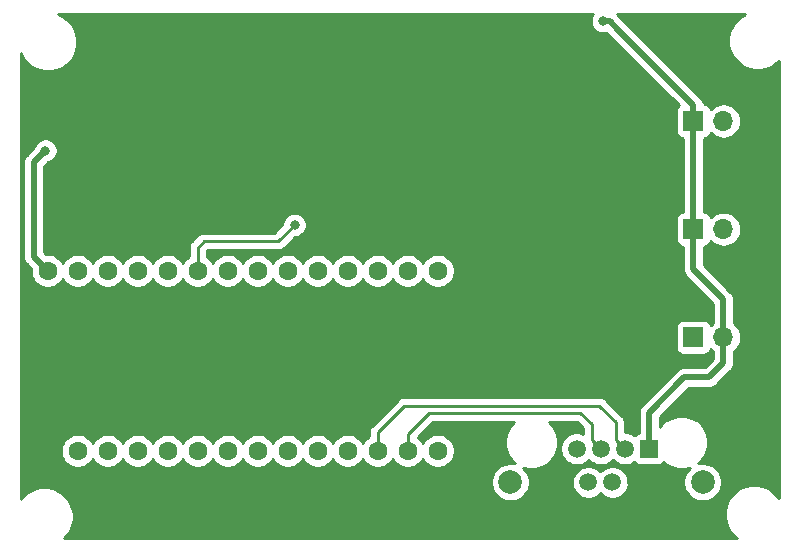
<source format=gbr>
G04 #@! TF.GenerationSoftware,KiCad,Pcbnew,(5.1.4-0-10_14)*
G04 #@! TF.CreationDate,2020-04-29T09:01:47-04:00*
G04 #@! TF.ProjectId,laser_flow,6c617365-725f-4666-9c6f-772e6b696361,rev?*
G04 #@! TF.SameCoordinates,Original*
G04 #@! TF.FileFunction,Copper,L2,Bot*
G04 #@! TF.FilePolarity,Positive*
%FSLAX46Y46*%
G04 Gerber Fmt 4.6, Leading zero omitted, Abs format (unit mm)*
G04 Created by KiCad (PCBNEW (5.1.4-0-10_14)) date 2020-04-29 09:01:47*
%MOMM*%
%LPD*%
G04 APERTURE LIST*
%ADD10C,2.000000*%
%ADD11C,1.500000*%
%ADD12R,1.500000X1.500000*%
%ADD13R,1.700000X1.700000*%
%ADD14O,1.700000X1.700000*%
%ADD15C,1.600000*%
%ADD16R,1.600000X1.600000*%
%ADD17C,0.800000*%
%ADD18C,0.500000*%
%ADD19C,0.250000*%
%ADD20C,0.254000*%
G04 APERTURE END LIST*
D10*
X134480800Y-115475600D03*
X150740800Y-115475600D03*
D11*
X139022800Y-115498000D03*
X141062800Y-115498000D03*
X143102800Y-115498000D03*
X145142800Y-115498000D03*
X140093600Y-112655200D03*
X142133600Y-112655200D03*
X144173600Y-112655200D03*
D12*
X146213600Y-112655200D03*
D13*
X149960000Y-84900000D03*
D14*
X152500000Y-84900000D03*
X155040000Y-84900000D03*
D13*
X149960000Y-94050000D03*
D14*
X152500000Y-94050000D03*
X155040000Y-94050000D03*
X155040000Y-103200000D03*
X152500000Y-103200000D03*
D13*
X149960000Y-103200000D03*
D15*
X128310000Y-97580000D03*
X128310000Y-112820000D03*
X125770000Y-97580000D03*
X123230000Y-97580000D03*
X120690000Y-97580000D03*
X118150000Y-97580000D03*
X115610000Y-97580000D03*
X113070000Y-97580000D03*
X110530000Y-97580000D03*
X107990000Y-97580000D03*
X105450000Y-97580000D03*
X102910000Y-97580000D03*
X100370000Y-97580000D03*
X97830000Y-97580000D03*
X95290000Y-97580000D03*
X125770000Y-112820000D03*
X123230000Y-112820000D03*
X120690000Y-112820000D03*
X118150000Y-112820000D03*
X115610000Y-112820000D03*
X113070000Y-112820000D03*
X110530000Y-112820000D03*
X107990000Y-112820000D03*
X105450000Y-112820000D03*
X102910000Y-112820000D03*
X100370000Y-112820000D03*
X97830000Y-112820000D03*
D16*
X95290000Y-112820000D03*
D17*
X95500000Y-91300000D03*
X128000000Y-88600000D03*
X141737500Y-93037500D03*
X142300000Y-76450000D03*
X95100000Y-87400000D03*
X116200000Y-93700000D03*
D18*
X152500000Y-100000000D02*
X149960000Y-97460000D01*
X151300000Y-106600000D02*
X152500000Y-105400000D01*
X149960000Y-97460000D02*
X149960000Y-84900000D01*
X149200000Y-106600000D02*
X151300000Y-106600000D01*
X152500000Y-105400000D02*
X152500000Y-100000000D01*
X146213600Y-109586400D02*
X149200000Y-106600000D01*
X146213600Y-112655200D02*
X146213600Y-109586400D01*
X149960000Y-83550000D02*
X143610000Y-77200000D01*
X149960000Y-84900000D02*
X149960000Y-83550000D01*
X95100000Y-87400000D02*
X94100000Y-88400000D01*
X94100000Y-96390000D02*
X95290000Y-97580000D01*
X94100000Y-88400000D02*
X94100000Y-96390000D01*
X143610000Y-77194315D02*
X143610000Y-77200000D01*
X142865685Y-76450000D02*
X143610000Y-77194315D01*
X142300000Y-76450000D02*
X142865685Y-76450000D01*
D19*
X116200000Y-93700000D02*
X114800000Y-95100000D01*
X114800000Y-95100000D02*
X108500000Y-95100000D01*
X107990000Y-95610000D02*
X107990000Y-97580000D01*
X108500000Y-95100000D02*
X107990000Y-95610000D01*
X141383601Y-111905201D02*
X141383601Y-110583601D01*
X142133600Y-112655200D02*
X141383601Y-111905201D01*
X141383601Y-110583601D02*
X140400000Y-109600000D01*
X125770000Y-112820000D02*
X125770000Y-111430000D01*
X127600000Y-109600000D02*
X128200000Y-109600000D01*
X125770000Y-111430000D02*
X127600000Y-109600000D01*
X140400000Y-109600000D02*
X128200000Y-109600000D01*
X123230000Y-111270000D02*
X123230000Y-112820000D01*
X142000000Y-109000000D02*
X125500000Y-109000000D01*
X125500000Y-109000000D02*
X123230000Y-111270000D01*
X143423601Y-111905201D02*
X143423601Y-110423601D01*
X143423601Y-110423601D02*
X142000000Y-109000000D01*
X144173600Y-112655200D02*
X143423601Y-111905201D01*
D20*
G36*
X141382795Y-75959744D02*
G01*
X141304774Y-76148102D01*
X141265000Y-76348061D01*
X141265000Y-76551939D01*
X141304774Y-76751898D01*
X141382795Y-76940256D01*
X141496063Y-77109774D01*
X141640226Y-77253937D01*
X141809744Y-77367205D01*
X141998102Y-77445226D01*
X142198061Y-77485000D01*
X142401939Y-77485000D01*
X142601898Y-77445226D01*
X142607155Y-77443048D01*
X142927451Y-77763345D01*
X142981183Y-77828817D01*
X143014955Y-77856533D01*
X148712872Y-83554451D01*
X148658815Y-83598815D01*
X148579463Y-83695506D01*
X148520498Y-83805820D01*
X148484188Y-83925518D01*
X148471928Y-84050000D01*
X148471928Y-85750000D01*
X148484188Y-85874482D01*
X148520498Y-85994180D01*
X148579463Y-86104494D01*
X148658815Y-86201185D01*
X148755506Y-86280537D01*
X148865820Y-86339502D01*
X148985518Y-86375812D01*
X149075001Y-86384625D01*
X149075000Y-92565375D01*
X148985518Y-92574188D01*
X148865820Y-92610498D01*
X148755506Y-92669463D01*
X148658815Y-92748815D01*
X148579463Y-92845506D01*
X148520498Y-92955820D01*
X148484188Y-93075518D01*
X148471928Y-93200000D01*
X148471928Y-94900000D01*
X148484188Y-95024482D01*
X148520498Y-95144180D01*
X148579463Y-95254494D01*
X148658815Y-95351185D01*
X148755506Y-95430537D01*
X148865820Y-95489502D01*
X148985518Y-95525812D01*
X149075000Y-95534625D01*
X149075000Y-97416531D01*
X149070719Y-97460000D01*
X149075000Y-97503469D01*
X149075000Y-97503476D01*
X149087805Y-97633489D01*
X149138411Y-97800312D01*
X149220589Y-97954058D01*
X149331183Y-98088817D01*
X149364956Y-98116534D01*
X151615001Y-100366580D01*
X151615001Y-102005240D01*
X151444866Y-102144866D01*
X151420393Y-102174687D01*
X151399502Y-102105820D01*
X151340537Y-101995506D01*
X151261185Y-101898815D01*
X151164494Y-101819463D01*
X151054180Y-101760498D01*
X150934482Y-101724188D01*
X150810000Y-101711928D01*
X149110000Y-101711928D01*
X148985518Y-101724188D01*
X148865820Y-101760498D01*
X148755506Y-101819463D01*
X148658815Y-101898815D01*
X148579463Y-101995506D01*
X148520498Y-102105820D01*
X148484188Y-102225518D01*
X148471928Y-102350000D01*
X148471928Y-104050000D01*
X148484188Y-104174482D01*
X148520498Y-104294180D01*
X148579463Y-104404494D01*
X148658815Y-104501185D01*
X148755506Y-104580537D01*
X148865820Y-104639502D01*
X148985518Y-104675812D01*
X149110000Y-104688072D01*
X150810000Y-104688072D01*
X150934482Y-104675812D01*
X151054180Y-104639502D01*
X151164494Y-104580537D01*
X151261185Y-104501185D01*
X151340537Y-104404494D01*
X151399502Y-104294180D01*
X151420393Y-104225313D01*
X151444866Y-104255134D01*
X151615000Y-104394760D01*
X151615000Y-105033421D01*
X150933422Y-105715000D01*
X149243465Y-105715000D01*
X149199999Y-105710719D01*
X149156533Y-105715000D01*
X149156523Y-105715000D01*
X149026510Y-105727805D01*
X148859687Y-105778411D01*
X148705941Y-105860589D01*
X148705939Y-105860590D01*
X148705940Y-105860590D01*
X148604953Y-105943468D01*
X148604951Y-105943470D01*
X148571183Y-105971183D01*
X148543470Y-106004951D01*
X145618551Y-108929871D01*
X145584784Y-108957583D01*
X145557071Y-108991351D01*
X145557068Y-108991354D01*
X145474190Y-109092341D01*
X145392012Y-109246087D01*
X145341405Y-109412910D01*
X145324319Y-109586400D01*
X145328601Y-109629879D01*
X145328600Y-111282578D01*
X145219420Y-111315698D01*
X145109106Y-111374663D01*
X145012415Y-111454015D01*
X144961565Y-111515976D01*
X144829643Y-111427829D01*
X144577589Y-111323425D01*
X144310011Y-111270200D01*
X144183601Y-111270200D01*
X144183601Y-110460924D01*
X144187277Y-110423601D01*
X144183601Y-110386278D01*
X144183601Y-110386268D01*
X144172604Y-110274615D01*
X144129147Y-110131354D01*
X144058575Y-109999325D01*
X143963602Y-109883600D01*
X143934604Y-109859802D01*
X142563804Y-108489003D01*
X142540001Y-108459999D01*
X142424276Y-108365026D01*
X142292247Y-108294454D01*
X142148986Y-108250997D01*
X142037333Y-108240000D01*
X142037322Y-108240000D01*
X142000000Y-108236324D01*
X141962678Y-108240000D01*
X125537325Y-108240000D01*
X125500000Y-108236324D01*
X125462675Y-108240000D01*
X125462667Y-108240000D01*
X125351014Y-108250997D01*
X125207753Y-108294454D01*
X125075724Y-108365026D01*
X124959999Y-108459999D01*
X124936201Y-108488997D01*
X122719003Y-110706196D01*
X122689999Y-110729999D01*
X122636633Y-110795026D01*
X122595026Y-110845724D01*
X122524455Y-110977753D01*
X122524454Y-110977754D01*
X122480997Y-111121015D01*
X122470000Y-111232668D01*
X122470000Y-111232678D01*
X122466324Y-111270000D01*
X122470000Y-111307323D01*
X122470000Y-111601956D01*
X122315241Y-111705363D01*
X122115363Y-111905241D01*
X121960000Y-112137759D01*
X121804637Y-111905241D01*
X121604759Y-111705363D01*
X121369727Y-111548320D01*
X121108574Y-111440147D01*
X120831335Y-111385000D01*
X120548665Y-111385000D01*
X120271426Y-111440147D01*
X120010273Y-111548320D01*
X119775241Y-111705363D01*
X119575363Y-111905241D01*
X119420000Y-112137759D01*
X119264637Y-111905241D01*
X119064759Y-111705363D01*
X118829727Y-111548320D01*
X118568574Y-111440147D01*
X118291335Y-111385000D01*
X118008665Y-111385000D01*
X117731426Y-111440147D01*
X117470273Y-111548320D01*
X117235241Y-111705363D01*
X117035363Y-111905241D01*
X116880000Y-112137759D01*
X116724637Y-111905241D01*
X116524759Y-111705363D01*
X116289727Y-111548320D01*
X116028574Y-111440147D01*
X115751335Y-111385000D01*
X115468665Y-111385000D01*
X115191426Y-111440147D01*
X114930273Y-111548320D01*
X114695241Y-111705363D01*
X114495363Y-111905241D01*
X114340000Y-112137759D01*
X114184637Y-111905241D01*
X113984759Y-111705363D01*
X113749727Y-111548320D01*
X113488574Y-111440147D01*
X113211335Y-111385000D01*
X112928665Y-111385000D01*
X112651426Y-111440147D01*
X112390273Y-111548320D01*
X112155241Y-111705363D01*
X111955363Y-111905241D01*
X111800000Y-112137759D01*
X111644637Y-111905241D01*
X111444759Y-111705363D01*
X111209727Y-111548320D01*
X110948574Y-111440147D01*
X110671335Y-111385000D01*
X110388665Y-111385000D01*
X110111426Y-111440147D01*
X109850273Y-111548320D01*
X109615241Y-111705363D01*
X109415363Y-111905241D01*
X109260000Y-112137759D01*
X109104637Y-111905241D01*
X108904759Y-111705363D01*
X108669727Y-111548320D01*
X108408574Y-111440147D01*
X108131335Y-111385000D01*
X107848665Y-111385000D01*
X107571426Y-111440147D01*
X107310273Y-111548320D01*
X107075241Y-111705363D01*
X106875363Y-111905241D01*
X106720000Y-112137759D01*
X106564637Y-111905241D01*
X106364759Y-111705363D01*
X106129727Y-111548320D01*
X105868574Y-111440147D01*
X105591335Y-111385000D01*
X105308665Y-111385000D01*
X105031426Y-111440147D01*
X104770273Y-111548320D01*
X104535241Y-111705363D01*
X104335363Y-111905241D01*
X104180000Y-112137759D01*
X104024637Y-111905241D01*
X103824759Y-111705363D01*
X103589727Y-111548320D01*
X103328574Y-111440147D01*
X103051335Y-111385000D01*
X102768665Y-111385000D01*
X102491426Y-111440147D01*
X102230273Y-111548320D01*
X101995241Y-111705363D01*
X101795363Y-111905241D01*
X101640000Y-112137759D01*
X101484637Y-111905241D01*
X101284759Y-111705363D01*
X101049727Y-111548320D01*
X100788574Y-111440147D01*
X100511335Y-111385000D01*
X100228665Y-111385000D01*
X99951426Y-111440147D01*
X99690273Y-111548320D01*
X99455241Y-111705363D01*
X99255363Y-111905241D01*
X99100000Y-112137759D01*
X98944637Y-111905241D01*
X98744759Y-111705363D01*
X98509727Y-111548320D01*
X98248574Y-111440147D01*
X97971335Y-111385000D01*
X97688665Y-111385000D01*
X97411426Y-111440147D01*
X97150273Y-111548320D01*
X96915241Y-111705363D01*
X96715363Y-111905241D01*
X96558320Y-112140273D01*
X96450147Y-112401426D01*
X96395000Y-112678665D01*
X96395000Y-112961335D01*
X96450147Y-113238574D01*
X96558320Y-113499727D01*
X96715363Y-113734759D01*
X96915241Y-113934637D01*
X97150273Y-114091680D01*
X97411426Y-114199853D01*
X97688665Y-114255000D01*
X97971335Y-114255000D01*
X98248574Y-114199853D01*
X98509727Y-114091680D01*
X98744759Y-113934637D01*
X98944637Y-113734759D01*
X99100000Y-113502241D01*
X99255363Y-113734759D01*
X99455241Y-113934637D01*
X99690273Y-114091680D01*
X99951426Y-114199853D01*
X100228665Y-114255000D01*
X100511335Y-114255000D01*
X100788574Y-114199853D01*
X101049727Y-114091680D01*
X101284759Y-113934637D01*
X101484637Y-113734759D01*
X101640000Y-113502241D01*
X101795363Y-113734759D01*
X101995241Y-113934637D01*
X102230273Y-114091680D01*
X102491426Y-114199853D01*
X102768665Y-114255000D01*
X103051335Y-114255000D01*
X103328574Y-114199853D01*
X103589727Y-114091680D01*
X103824759Y-113934637D01*
X104024637Y-113734759D01*
X104180000Y-113502241D01*
X104335363Y-113734759D01*
X104535241Y-113934637D01*
X104770273Y-114091680D01*
X105031426Y-114199853D01*
X105308665Y-114255000D01*
X105591335Y-114255000D01*
X105868574Y-114199853D01*
X106129727Y-114091680D01*
X106364759Y-113934637D01*
X106564637Y-113734759D01*
X106720000Y-113502241D01*
X106875363Y-113734759D01*
X107075241Y-113934637D01*
X107310273Y-114091680D01*
X107571426Y-114199853D01*
X107848665Y-114255000D01*
X108131335Y-114255000D01*
X108408574Y-114199853D01*
X108669727Y-114091680D01*
X108904759Y-113934637D01*
X109104637Y-113734759D01*
X109260000Y-113502241D01*
X109415363Y-113734759D01*
X109615241Y-113934637D01*
X109850273Y-114091680D01*
X110111426Y-114199853D01*
X110388665Y-114255000D01*
X110671335Y-114255000D01*
X110948574Y-114199853D01*
X111209727Y-114091680D01*
X111444759Y-113934637D01*
X111644637Y-113734759D01*
X111800000Y-113502241D01*
X111955363Y-113734759D01*
X112155241Y-113934637D01*
X112390273Y-114091680D01*
X112651426Y-114199853D01*
X112928665Y-114255000D01*
X113211335Y-114255000D01*
X113488574Y-114199853D01*
X113749727Y-114091680D01*
X113984759Y-113934637D01*
X114184637Y-113734759D01*
X114340000Y-113502241D01*
X114495363Y-113734759D01*
X114695241Y-113934637D01*
X114930273Y-114091680D01*
X115191426Y-114199853D01*
X115468665Y-114255000D01*
X115751335Y-114255000D01*
X116028574Y-114199853D01*
X116289727Y-114091680D01*
X116524759Y-113934637D01*
X116724637Y-113734759D01*
X116880000Y-113502241D01*
X117035363Y-113734759D01*
X117235241Y-113934637D01*
X117470273Y-114091680D01*
X117731426Y-114199853D01*
X118008665Y-114255000D01*
X118291335Y-114255000D01*
X118568574Y-114199853D01*
X118829727Y-114091680D01*
X119064759Y-113934637D01*
X119264637Y-113734759D01*
X119420000Y-113502241D01*
X119575363Y-113734759D01*
X119775241Y-113934637D01*
X120010273Y-114091680D01*
X120271426Y-114199853D01*
X120548665Y-114255000D01*
X120831335Y-114255000D01*
X121108574Y-114199853D01*
X121369727Y-114091680D01*
X121604759Y-113934637D01*
X121804637Y-113734759D01*
X121960000Y-113502241D01*
X122115363Y-113734759D01*
X122315241Y-113934637D01*
X122550273Y-114091680D01*
X122811426Y-114199853D01*
X123088665Y-114255000D01*
X123371335Y-114255000D01*
X123648574Y-114199853D01*
X123909727Y-114091680D01*
X124144759Y-113934637D01*
X124344637Y-113734759D01*
X124500000Y-113502241D01*
X124655363Y-113734759D01*
X124855241Y-113934637D01*
X125090273Y-114091680D01*
X125351426Y-114199853D01*
X125628665Y-114255000D01*
X125911335Y-114255000D01*
X126188574Y-114199853D01*
X126449727Y-114091680D01*
X126684759Y-113934637D01*
X126884637Y-113734759D01*
X127040000Y-113502241D01*
X127195363Y-113734759D01*
X127395241Y-113934637D01*
X127630273Y-114091680D01*
X127891426Y-114199853D01*
X128168665Y-114255000D01*
X128451335Y-114255000D01*
X128728574Y-114199853D01*
X128989727Y-114091680D01*
X129224759Y-113934637D01*
X129424637Y-113734759D01*
X129581680Y-113499727D01*
X129689853Y-113238574D01*
X129745000Y-112961335D01*
X129745000Y-112678665D01*
X129689853Y-112401426D01*
X129581680Y-112140273D01*
X129424637Y-111905241D01*
X129224759Y-111705363D01*
X128989727Y-111548320D01*
X128728574Y-111440147D01*
X128451335Y-111385000D01*
X128168665Y-111385000D01*
X127891426Y-111440147D01*
X127630273Y-111548320D01*
X127395241Y-111705363D01*
X127195363Y-111905241D01*
X127040000Y-112137759D01*
X126884637Y-111905241D01*
X126684759Y-111705363D01*
X126615629Y-111659172D01*
X127914802Y-110360000D01*
X134801078Y-110360000D01*
X134505344Y-110655734D01*
X134258014Y-111025889D01*
X134087651Y-111437182D01*
X134000800Y-111873809D01*
X134000800Y-112318991D01*
X134087651Y-112755618D01*
X134258014Y-113166911D01*
X134505344Y-113537066D01*
X134820134Y-113851856D01*
X134871725Y-113886328D01*
X134641833Y-113840600D01*
X134319767Y-113840600D01*
X134003888Y-113903432D01*
X133706337Y-114026682D01*
X133438548Y-114205613D01*
X133210813Y-114433348D01*
X133031882Y-114701137D01*
X132908632Y-114998688D01*
X132845800Y-115314567D01*
X132845800Y-115636633D01*
X132908632Y-115952512D01*
X133031882Y-116250063D01*
X133210813Y-116517852D01*
X133438548Y-116745587D01*
X133706337Y-116924518D01*
X134003888Y-117047768D01*
X134319767Y-117110600D01*
X134641833Y-117110600D01*
X134957712Y-117047768D01*
X135255263Y-116924518D01*
X135523052Y-116745587D01*
X135750787Y-116517852D01*
X135929718Y-116250063D01*
X136052968Y-115952512D01*
X136115800Y-115636633D01*
X136115800Y-115361589D01*
X139677800Y-115361589D01*
X139677800Y-115634411D01*
X139731025Y-115901989D01*
X139835429Y-116154043D01*
X139987001Y-116380886D01*
X140179914Y-116573799D01*
X140406757Y-116725371D01*
X140658811Y-116829775D01*
X140926389Y-116883000D01*
X141199211Y-116883000D01*
X141466789Y-116829775D01*
X141718843Y-116725371D01*
X141945686Y-116573799D01*
X142082800Y-116436685D01*
X142219914Y-116573799D01*
X142446757Y-116725371D01*
X142698811Y-116829775D01*
X142966389Y-116883000D01*
X143239211Y-116883000D01*
X143506789Y-116829775D01*
X143758843Y-116725371D01*
X143985686Y-116573799D01*
X144178599Y-116380886D01*
X144330171Y-116154043D01*
X144434575Y-115901989D01*
X144487800Y-115634411D01*
X144487800Y-115361589D01*
X144434575Y-115094011D01*
X144330171Y-114841957D01*
X144178599Y-114615114D01*
X143985686Y-114422201D01*
X143758843Y-114270629D01*
X143506789Y-114166225D01*
X143239211Y-114113000D01*
X142966389Y-114113000D01*
X142698811Y-114166225D01*
X142446757Y-114270629D01*
X142219914Y-114422201D01*
X142082800Y-114559315D01*
X141945686Y-114422201D01*
X141718843Y-114270629D01*
X141466789Y-114166225D01*
X141199211Y-114113000D01*
X140926389Y-114113000D01*
X140658811Y-114166225D01*
X140406757Y-114270629D01*
X140179914Y-114422201D01*
X139987001Y-114615114D01*
X139835429Y-114841957D01*
X139731025Y-115094011D01*
X139677800Y-115361589D01*
X136115800Y-115361589D01*
X136115800Y-115314567D01*
X136052968Y-114998688D01*
X135929718Y-114701137D01*
X135750787Y-114433348D01*
X135576668Y-114259229D01*
X135601582Y-114269549D01*
X136038209Y-114356400D01*
X136483391Y-114356400D01*
X136920018Y-114269549D01*
X137331311Y-114099186D01*
X137701466Y-113851856D01*
X138016256Y-113537066D01*
X138263586Y-113166911D01*
X138433949Y-112755618D01*
X138520800Y-112318991D01*
X138520800Y-111873809D01*
X138433949Y-111437182D01*
X138263586Y-111025889D01*
X138016256Y-110655734D01*
X137720522Y-110360000D01*
X140085199Y-110360000D01*
X140623602Y-110898404D01*
X140623601Y-111375621D01*
X140497589Y-111323425D01*
X140230011Y-111270200D01*
X139957189Y-111270200D01*
X139689611Y-111323425D01*
X139437557Y-111427829D01*
X139210714Y-111579401D01*
X139017801Y-111772314D01*
X138866229Y-111999157D01*
X138761825Y-112251211D01*
X138708600Y-112518789D01*
X138708600Y-112791611D01*
X138761825Y-113059189D01*
X138866229Y-113311243D01*
X139017801Y-113538086D01*
X139210714Y-113730999D01*
X139437557Y-113882571D01*
X139689611Y-113986975D01*
X139957189Y-114040200D01*
X140230011Y-114040200D01*
X140497589Y-113986975D01*
X140749643Y-113882571D01*
X140976486Y-113730999D01*
X141113600Y-113593885D01*
X141250714Y-113730999D01*
X141477557Y-113882571D01*
X141729611Y-113986975D01*
X141997189Y-114040200D01*
X142270011Y-114040200D01*
X142537589Y-113986975D01*
X142789643Y-113882571D01*
X143016486Y-113730999D01*
X143153600Y-113593885D01*
X143290714Y-113730999D01*
X143517557Y-113882571D01*
X143769611Y-113986975D01*
X144037189Y-114040200D01*
X144310011Y-114040200D01*
X144577589Y-113986975D01*
X144829643Y-113882571D01*
X144961565Y-113794424D01*
X145012415Y-113856385D01*
X145109106Y-113935737D01*
X145219420Y-113994702D01*
X145339118Y-114031012D01*
X145463600Y-114043272D01*
X146963600Y-114043272D01*
X147088082Y-114031012D01*
X147207780Y-113994702D01*
X147318094Y-113935737D01*
X147414785Y-113856385D01*
X147464313Y-113796035D01*
X147520134Y-113851856D01*
X147890289Y-114099186D01*
X148301582Y-114269549D01*
X148738209Y-114356400D01*
X149183391Y-114356400D01*
X149620018Y-114269549D01*
X149644932Y-114259229D01*
X149470813Y-114433348D01*
X149291882Y-114701137D01*
X149168632Y-114998688D01*
X149105800Y-115314567D01*
X149105800Y-115636633D01*
X149168632Y-115952512D01*
X149291882Y-116250063D01*
X149470813Y-116517852D01*
X149698548Y-116745587D01*
X149966337Y-116924518D01*
X150263888Y-117047768D01*
X150579767Y-117110600D01*
X150901833Y-117110600D01*
X151217712Y-117047768D01*
X151515263Y-116924518D01*
X151783052Y-116745587D01*
X152010787Y-116517852D01*
X152189718Y-116250063D01*
X152312968Y-115952512D01*
X152375800Y-115636633D01*
X152375800Y-115314567D01*
X152312968Y-114998688D01*
X152189718Y-114701137D01*
X152010787Y-114433348D01*
X151783052Y-114205613D01*
X151515263Y-114026682D01*
X151217712Y-113903432D01*
X150901833Y-113840600D01*
X150579767Y-113840600D01*
X150349875Y-113886328D01*
X150401466Y-113851856D01*
X150716256Y-113537066D01*
X150963586Y-113166911D01*
X151133949Y-112755618D01*
X151220800Y-112318991D01*
X151220800Y-111873809D01*
X151133949Y-111437182D01*
X150963586Y-111025889D01*
X150716256Y-110655734D01*
X150401466Y-110340944D01*
X150031311Y-110093614D01*
X149620018Y-109923251D01*
X149183391Y-109836400D01*
X148738209Y-109836400D01*
X148301582Y-109923251D01*
X147890289Y-110093614D01*
X147520134Y-110340944D01*
X147205344Y-110655734D01*
X147098600Y-110815487D01*
X147098600Y-109952978D01*
X149566579Y-107485000D01*
X151256531Y-107485000D01*
X151300000Y-107489281D01*
X151343469Y-107485000D01*
X151343477Y-107485000D01*
X151473490Y-107472195D01*
X151640313Y-107421589D01*
X151794059Y-107339411D01*
X151928817Y-107228817D01*
X151956534Y-107195044D01*
X153095050Y-106056529D01*
X153128817Y-106028817D01*
X153176117Y-105971183D01*
X153239410Y-105894060D01*
X153239411Y-105894059D01*
X153321589Y-105740313D01*
X153372195Y-105573490D01*
X153385000Y-105443477D01*
X153385000Y-105443467D01*
X153389281Y-105400001D01*
X153385000Y-105356535D01*
X153385000Y-104394759D01*
X153555134Y-104255134D01*
X153740706Y-104029014D01*
X153878599Y-103771034D01*
X153963513Y-103491111D01*
X153992185Y-103200000D01*
X153963513Y-102908889D01*
X153878599Y-102628966D01*
X153740706Y-102370986D01*
X153555134Y-102144866D01*
X153385000Y-102005241D01*
X153385000Y-100043465D01*
X153389281Y-99999999D01*
X153385000Y-99956533D01*
X153385000Y-99956523D01*
X153372195Y-99826510D01*
X153321589Y-99659687D01*
X153239411Y-99505941D01*
X153128817Y-99371183D01*
X153095049Y-99343470D01*
X150845000Y-97093422D01*
X150845000Y-95534625D01*
X150934482Y-95525812D01*
X151054180Y-95489502D01*
X151164494Y-95430537D01*
X151261185Y-95351185D01*
X151340537Y-95254494D01*
X151399502Y-95144180D01*
X151420393Y-95075313D01*
X151444866Y-95105134D01*
X151670986Y-95290706D01*
X151928966Y-95428599D01*
X152208889Y-95513513D01*
X152427050Y-95535000D01*
X152572950Y-95535000D01*
X152791111Y-95513513D01*
X153071034Y-95428599D01*
X153329014Y-95290706D01*
X153555134Y-95105134D01*
X153740706Y-94879014D01*
X153878599Y-94621034D01*
X153963513Y-94341111D01*
X153992185Y-94050000D01*
X153963513Y-93758889D01*
X153878599Y-93478966D01*
X153740706Y-93220986D01*
X153555134Y-92994866D01*
X153329014Y-92809294D01*
X153071034Y-92671401D01*
X152791111Y-92586487D01*
X152572950Y-92565000D01*
X152427050Y-92565000D01*
X152208889Y-92586487D01*
X151928966Y-92671401D01*
X151670986Y-92809294D01*
X151444866Y-92994866D01*
X151420393Y-93024687D01*
X151399502Y-92955820D01*
X151340537Y-92845506D01*
X151261185Y-92748815D01*
X151164494Y-92669463D01*
X151054180Y-92610498D01*
X150934482Y-92574188D01*
X150845000Y-92565375D01*
X150845000Y-86384625D01*
X150934482Y-86375812D01*
X151054180Y-86339502D01*
X151164494Y-86280537D01*
X151261185Y-86201185D01*
X151340537Y-86104494D01*
X151399502Y-85994180D01*
X151420393Y-85925313D01*
X151444866Y-85955134D01*
X151670986Y-86140706D01*
X151928966Y-86278599D01*
X152208889Y-86363513D01*
X152427050Y-86385000D01*
X152572950Y-86385000D01*
X152791111Y-86363513D01*
X153071034Y-86278599D01*
X153329014Y-86140706D01*
X153555134Y-85955134D01*
X153740706Y-85729014D01*
X153878599Y-85471034D01*
X153963513Y-85191111D01*
X153992185Y-84900000D01*
X153963513Y-84608889D01*
X153878599Y-84328966D01*
X153740706Y-84070986D01*
X153555134Y-83844866D01*
X153329014Y-83659294D01*
X153071034Y-83521401D01*
X152791111Y-83436487D01*
X152572950Y-83415000D01*
X152427050Y-83415000D01*
X152208889Y-83436487D01*
X151928966Y-83521401D01*
X151670986Y-83659294D01*
X151444866Y-83844866D01*
X151420393Y-83874687D01*
X151399502Y-83805820D01*
X151340537Y-83695506D01*
X151261185Y-83598815D01*
X151164494Y-83519463D01*
X151054180Y-83460498D01*
X150934482Y-83424188D01*
X150835935Y-83414482D01*
X150832195Y-83376510D01*
X150781589Y-83209687D01*
X150699411Y-83055941D01*
X150588817Y-82921183D01*
X150555049Y-82893470D01*
X144292555Y-76630977D01*
X144266532Y-76599268D01*
X144266530Y-76599266D01*
X144238817Y-76565498D01*
X144205050Y-76537786D01*
X143530271Y-75863008D01*
X154306957Y-75863008D01*
X154222911Y-75897821D01*
X153815905Y-76169774D01*
X153469774Y-76515905D01*
X153197821Y-76922911D01*
X153010497Y-77375152D01*
X152915000Y-77855249D01*
X152915000Y-78344751D01*
X153010497Y-78824848D01*
X153197821Y-79277089D01*
X153469774Y-79684095D01*
X153815905Y-80030226D01*
X154222911Y-80302179D01*
X154675152Y-80489503D01*
X155155249Y-80585000D01*
X155644751Y-80585000D01*
X156124848Y-80489503D01*
X156577089Y-80302179D01*
X156984095Y-80030226D01*
X157180612Y-79833709D01*
X157180611Y-116840972D01*
X157030226Y-116615905D01*
X156684095Y-116269774D01*
X156277089Y-115997821D01*
X155824848Y-115810497D01*
X155344751Y-115715000D01*
X154855249Y-115715000D01*
X154375152Y-115810497D01*
X153922911Y-115997821D01*
X153515905Y-116269774D01*
X153169774Y-116615905D01*
X152897821Y-117022911D01*
X152710497Y-117475152D01*
X152615000Y-117955249D01*
X152615000Y-118444751D01*
X152710497Y-118924848D01*
X152897821Y-119377089D01*
X153169774Y-119784095D01*
X153515905Y-120130226D01*
X153668208Y-120231992D01*
X96682329Y-120231992D01*
X96930226Y-119984095D01*
X97202179Y-119577089D01*
X97389503Y-119124848D01*
X97485000Y-118644751D01*
X97485000Y-118155249D01*
X97389503Y-117675152D01*
X97202179Y-117222911D01*
X96930226Y-116815905D01*
X96584095Y-116469774D01*
X96177089Y-116197821D01*
X95724848Y-116010497D01*
X95244751Y-115915000D01*
X94755249Y-115915000D01*
X94275152Y-116010497D01*
X93822911Y-116197821D01*
X93415905Y-116469774D01*
X93069774Y-116815905D01*
X92998611Y-116922408D01*
X92998611Y-88400000D01*
X93210719Y-88400000D01*
X93215000Y-88443469D01*
X93215001Y-96346521D01*
X93210719Y-96390000D01*
X93227805Y-96563490D01*
X93278412Y-96730313D01*
X93360590Y-96884059D01*
X93443468Y-96985046D01*
X93443471Y-96985049D01*
X93471184Y-97018817D01*
X93504951Y-97046529D01*
X93861983Y-97403561D01*
X93855000Y-97438665D01*
X93855000Y-97721335D01*
X93910147Y-97998574D01*
X94018320Y-98259727D01*
X94175363Y-98494759D01*
X94375241Y-98694637D01*
X94610273Y-98851680D01*
X94871426Y-98959853D01*
X95148665Y-99015000D01*
X95431335Y-99015000D01*
X95708574Y-98959853D01*
X95969727Y-98851680D01*
X96204759Y-98694637D01*
X96404637Y-98494759D01*
X96560000Y-98262241D01*
X96715363Y-98494759D01*
X96915241Y-98694637D01*
X97150273Y-98851680D01*
X97411426Y-98959853D01*
X97688665Y-99015000D01*
X97971335Y-99015000D01*
X98248574Y-98959853D01*
X98509727Y-98851680D01*
X98744759Y-98694637D01*
X98944637Y-98494759D01*
X99100000Y-98262241D01*
X99255363Y-98494759D01*
X99455241Y-98694637D01*
X99690273Y-98851680D01*
X99951426Y-98959853D01*
X100228665Y-99015000D01*
X100511335Y-99015000D01*
X100788574Y-98959853D01*
X101049727Y-98851680D01*
X101284759Y-98694637D01*
X101484637Y-98494759D01*
X101640000Y-98262241D01*
X101795363Y-98494759D01*
X101995241Y-98694637D01*
X102230273Y-98851680D01*
X102491426Y-98959853D01*
X102768665Y-99015000D01*
X103051335Y-99015000D01*
X103328574Y-98959853D01*
X103589727Y-98851680D01*
X103824759Y-98694637D01*
X104024637Y-98494759D01*
X104180000Y-98262241D01*
X104335363Y-98494759D01*
X104535241Y-98694637D01*
X104770273Y-98851680D01*
X105031426Y-98959853D01*
X105308665Y-99015000D01*
X105591335Y-99015000D01*
X105868574Y-98959853D01*
X106129727Y-98851680D01*
X106364759Y-98694637D01*
X106564637Y-98494759D01*
X106720000Y-98262241D01*
X106875363Y-98494759D01*
X107075241Y-98694637D01*
X107310273Y-98851680D01*
X107571426Y-98959853D01*
X107848665Y-99015000D01*
X108131335Y-99015000D01*
X108408574Y-98959853D01*
X108669727Y-98851680D01*
X108904759Y-98694637D01*
X109104637Y-98494759D01*
X109260000Y-98262241D01*
X109415363Y-98494759D01*
X109615241Y-98694637D01*
X109850273Y-98851680D01*
X110111426Y-98959853D01*
X110388665Y-99015000D01*
X110671335Y-99015000D01*
X110948574Y-98959853D01*
X111209727Y-98851680D01*
X111444759Y-98694637D01*
X111644637Y-98494759D01*
X111800000Y-98262241D01*
X111955363Y-98494759D01*
X112155241Y-98694637D01*
X112390273Y-98851680D01*
X112651426Y-98959853D01*
X112928665Y-99015000D01*
X113211335Y-99015000D01*
X113488574Y-98959853D01*
X113749727Y-98851680D01*
X113984759Y-98694637D01*
X114184637Y-98494759D01*
X114340000Y-98262241D01*
X114495363Y-98494759D01*
X114695241Y-98694637D01*
X114930273Y-98851680D01*
X115191426Y-98959853D01*
X115468665Y-99015000D01*
X115751335Y-99015000D01*
X116028574Y-98959853D01*
X116289727Y-98851680D01*
X116524759Y-98694637D01*
X116724637Y-98494759D01*
X116880000Y-98262241D01*
X117035363Y-98494759D01*
X117235241Y-98694637D01*
X117470273Y-98851680D01*
X117731426Y-98959853D01*
X118008665Y-99015000D01*
X118291335Y-99015000D01*
X118568574Y-98959853D01*
X118829727Y-98851680D01*
X119064759Y-98694637D01*
X119264637Y-98494759D01*
X119420000Y-98262241D01*
X119575363Y-98494759D01*
X119775241Y-98694637D01*
X120010273Y-98851680D01*
X120271426Y-98959853D01*
X120548665Y-99015000D01*
X120831335Y-99015000D01*
X121108574Y-98959853D01*
X121369727Y-98851680D01*
X121604759Y-98694637D01*
X121804637Y-98494759D01*
X121960000Y-98262241D01*
X122115363Y-98494759D01*
X122315241Y-98694637D01*
X122550273Y-98851680D01*
X122811426Y-98959853D01*
X123088665Y-99015000D01*
X123371335Y-99015000D01*
X123648574Y-98959853D01*
X123909727Y-98851680D01*
X124144759Y-98694637D01*
X124344637Y-98494759D01*
X124500000Y-98262241D01*
X124655363Y-98494759D01*
X124855241Y-98694637D01*
X125090273Y-98851680D01*
X125351426Y-98959853D01*
X125628665Y-99015000D01*
X125911335Y-99015000D01*
X126188574Y-98959853D01*
X126449727Y-98851680D01*
X126684759Y-98694637D01*
X126884637Y-98494759D01*
X127040000Y-98262241D01*
X127195363Y-98494759D01*
X127395241Y-98694637D01*
X127630273Y-98851680D01*
X127891426Y-98959853D01*
X128168665Y-99015000D01*
X128451335Y-99015000D01*
X128728574Y-98959853D01*
X128989727Y-98851680D01*
X129224759Y-98694637D01*
X129424637Y-98494759D01*
X129581680Y-98259727D01*
X129689853Y-97998574D01*
X129745000Y-97721335D01*
X129745000Y-97438665D01*
X129689853Y-97161426D01*
X129581680Y-96900273D01*
X129424637Y-96665241D01*
X129224759Y-96465363D01*
X128989727Y-96308320D01*
X128728574Y-96200147D01*
X128451335Y-96145000D01*
X128168665Y-96145000D01*
X127891426Y-96200147D01*
X127630273Y-96308320D01*
X127395241Y-96465363D01*
X127195363Y-96665241D01*
X127040000Y-96897759D01*
X126884637Y-96665241D01*
X126684759Y-96465363D01*
X126449727Y-96308320D01*
X126188574Y-96200147D01*
X125911335Y-96145000D01*
X125628665Y-96145000D01*
X125351426Y-96200147D01*
X125090273Y-96308320D01*
X124855241Y-96465363D01*
X124655363Y-96665241D01*
X124500000Y-96897759D01*
X124344637Y-96665241D01*
X124144759Y-96465363D01*
X123909727Y-96308320D01*
X123648574Y-96200147D01*
X123371335Y-96145000D01*
X123088665Y-96145000D01*
X122811426Y-96200147D01*
X122550273Y-96308320D01*
X122315241Y-96465363D01*
X122115363Y-96665241D01*
X121960000Y-96897759D01*
X121804637Y-96665241D01*
X121604759Y-96465363D01*
X121369727Y-96308320D01*
X121108574Y-96200147D01*
X120831335Y-96145000D01*
X120548665Y-96145000D01*
X120271426Y-96200147D01*
X120010273Y-96308320D01*
X119775241Y-96465363D01*
X119575363Y-96665241D01*
X119420000Y-96897759D01*
X119264637Y-96665241D01*
X119064759Y-96465363D01*
X118829727Y-96308320D01*
X118568574Y-96200147D01*
X118291335Y-96145000D01*
X118008665Y-96145000D01*
X117731426Y-96200147D01*
X117470273Y-96308320D01*
X117235241Y-96465363D01*
X117035363Y-96665241D01*
X116880000Y-96897759D01*
X116724637Y-96665241D01*
X116524759Y-96465363D01*
X116289727Y-96308320D01*
X116028574Y-96200147D01*
X115751335Y-96145000D01*
X115468665Y-96145000D01*
X115191426Y-96200147D01*
X114930273Y-96308320D01*
X114695241Y-96465363D01*
X114495363Y-96665241D01*
X114340000Y-96897759D01*
X114184637Y-96665241D01*
X113984759Y-96465363D01*
X113749727Y-96308320D01*
X113488574Y-96200147D01*
X113211335Y-96145000D01*
X112928665Y-96145000D01*
X112651426Y-96200147D01*
X112390273Y-96308320D01*
X112155241Y-96465363D01*
X111955363Y-96665241D01*
X111800000Y-96897759D01*
X111644637Y-96665241D01*
X111444759Y-96465363D01*
X111209727Y-96308320D01*
X110948574Y-96200147D01*
X110671335Y-96145000D01*
X110388665Y-96145000D01*
X110111426Y-96200147D01*
X109850273Y-96308320D01*
X109615241Y-96465363D01*
X109415363Y-96665241D01*
X109260000Y-96897759D01*
X109104637Y-96665241D01*
X108904759Y-96465363D01*
X108750000Y-96361957D01*
X108750000Y-95924801D01*
X108814801Y-95860000D01*
X114762678Y-95860000D01*
X114800000Y-95863676D01*
X114837322Y-95860000D01*
X114837333Y-95860000D01*
X114948986Y-95849003D01*
X115092247Y-95805546D01*
X115224276Y-95734974D01*
X115340001Y-95640001D01*
X115363804Y-95610997D01*
X116239802Y-94735000D01*
X116301939Y-94735000D01*
X116501898Y-94695226D01*
X116690256Y-94617205D01*
X116859774Y-94503937D01*
X117003937Y-94359774D01*
X117117205Y-94190256D01*
X117195226Y-94001898D01*
X117235000Y-93801939D01*
X117235000Y-93598061D01*
X117195226Y-93398102D01*
X117117205Y-93209744D01*
X117003937Y-93040226D01*
X116859774Y-92896063D01*
X116690256Y-92782795D01*
X116501898Y-92704774D01*
X116301939Y-92665000D01*
X116098061Y-92665000D01*
X115898102Y-92704774D01*
X115709744Y-92782795D01*
X115540226Y-92896063D01*
X115396063Y-93040226D01*
X115282795Y-93209744D01*
X115204774Y-93398102D01*
X115165000Y-93598061D01*
X115165000Y-93660198D01*
X114485199Y-94340000D01*
X108537323Y-94340000D01*
X108500000Y-94336324D01*
X108462677Y-94340000D01*
X108462667Y-94340000D01*
X108351014Y-94350997D01*
X108207753Y-94394454D01*
X108075723Y-94465026D01*
X108033146Y-94499969D01*
X107959999Y-94559999D01*
X107936196Y-94589003D01*
X107479003Y-95046196D01*
X107449999Y-95069999D01*
X107421165Y-95105134D01*
X107355026Y-95185724D01*
X107298912Y-95290706D01*
X107284454Y-95317754D01*
X107240997Y-95461015D01*
X107230000Y-95572668D01*
X107230000Y-95572678D01*
X107226324Y-95610000D01*
X107230000Y-95647323D01*
X107230000Y-96361956D01*
X107075241Y-96465363D01*
X106875363Y-96665241D01*
X106720000Y-96897759D01*
X106564637Y-96665241D01*
X106364759Y-96465363D01*
X106129727Y-96308320D01*
X105868574Y-96200147D01*
X105591335Y-96145000D01*
X105308665Y-96145000D01*
X105031426Y-96200147D01*
X104770273Y-96308320D01*
X104535241Y-96465363D01*
X104335363Y-96665241D01*
X104180000Y-96897759D01*
X104024637Y-96665241D01*
X103824759Y-96465363D01*
X103589727Y-96308320D01*
X103328574Y-96200147D01*
X103051335Y-96145000D01*
X102768665Y-96145000D01*
X102491426Y-96200147D01*
X102230273Y-96308320D01*
X101995241Y-96465363D01*
X101795363Y-96665241D01*
X101640000Y-96897759D01*
X101484637Y-96665241D01*
X101284759Y-96465363D01*
X101049727Y-96308320D01*
X100788574Y-96200147D01*
X100511335Y-96145000D01*
X100228665Y-96145000D01*
X99951426Y-96200147D01*
X99690273Y-96308320D01*
X99455241Y-96465363D01*
X99255363Y-96665241D01*
X99100000Y-96897759D01*
X98944637Y-96665241D01*
X98744759Y-96465363D01*
X98509727Y-96308320D01*
X98248574Y-96200147D01*
X97971335Y-96145000D01*
X97688665Y-96145000D01*
X97411426Y-96200147D01*
X97150273Y-96308320D01*
X96915241Y-96465363D01*
X96715363Y-96665241D01*
X96560000Y-96897759D01*
X96404637Y-96665241D01*
X96204759Y-96465363D01*
X95969727Y-96308320D01*
X95708574Y-96200147D01*
X95431335Y-96145000D01*
X95148665Y-96145000D01*
X95113561Y-96151983D01*
X94985000Y-96023422D01*
X94985000Y-88766578D01*
X95345044Y-88406535D01*
X95401898Y-88395226D01*
X95590256Y-88317205D01*
X95759774Y-88203937D01*
X95903937Y-88059774D01*
X96017205Y-87890256D01*
X96095226Y-87701898D01*
X96135000Y-87501939D01*
X96135000Y-87298061D01*
X96095226Y-87098102D01*
X96017205Y-86909744D01*
X95903937Y-86740226D01*
X95759774Y-86596063D01*
X95590256Y-86482795D01*
X95401898Y-86404774D01*
X95201939Y-86365000D01*
X94998061Y-86365000D01*
X94798102Y-86404774D01*
X94609744Y-86482795D01*
X94440226Y-86596063D01*
X94296063Y-86740226D01*
X94182795Y-86909744D01*
X94104774Y-87098102D01*
X94093465Y-87154956D01*
X93504956Y-87743466D01*
X93471183Y-87771183D01*
X93360589Y-87905942D01*
X93278411Y-88059688D01*
X93227805Y-88226511D01*
X93215000Y-88356524D01*
X93215000Y-88356531D01*
X93210719Y-88400000D01*
X92998611Y-88400000D01*
X92998611Y-79137574D01*
X93097821Y-79377089D01*
X93369774Y-79784095D01*
X93715905Y-80130226D01*
X94122911Y-80402179D01*
X94575152Y-80589503D01*
X95055249Y-80685000D01*
X95544751Y-80685000D01*
X96024848Y-80589503D01*
X96477089Y-80402179D01*
X96884095Y-80130226D01*
X97230226Y-79784095D01*
X97502179Y-79377089D01*
X97689503Y-78924848D01*
X97785000Y-78444751D01*
X97785000Y-77955249D01*
X97689503Y-77475152D01*
X97502179Y-77022911D01*
X97230226Y-76615905D01*
X96884095Y-76269774D01*
X96477089Y-75997821D01*
X96151621Y-75863008D01*
X141447432Y-75863008D01*
X141382795Y-75959744D01*
X141382795Y-75959744D01*
G37*
X141382795Y-75959744D02*
X141304774Y-76148102D01*
X141265000Y-76348061D01*
X141265000Y-76551939D01*
X141304774Y-76751898D01*
X141382795Y-76940256D01*
X141496063Y-77109774D01*
X141640226Y-77253937D01*
X141809744Y-77367205D01*
X141998102Y-77445226D01*
X142198061Y-77485000D01*
X142401939Y-77485000D01*
X142601898Y-77445226D01*
X142607155Y-77443048D01*
X142927451Y-77763345D01*
X142981183Y-77828817D01*
X143014955Y-77856533D01*
X148712872Y-83554451D01*
X148658815Y-83598815D01*
X148579463Y-83695506D01*
X148520498Y-83805820D01*
X148484188Y-83925518D01*
X148471928Y-84050000D01*
X148471928Y-85750000D01*
X148484188Y-85874482D01*
X148520498Y-85994180D01*
X148579463Y-86104494D01*
X148658815Y-86201185D01*
X148755506Y-86280537D01*
X148865820Y-86339502D01*
X148985518Y-86375812D01*
X149075001Y-86384625D01*
X149075000Y-92565375D01*
X148985518Y-92574188D01*
X148865820Y-92610498D01*
X148755506Y-92669463D01*
X148658815Y-92748815D01*
X148579463Y-92845506D01*
X148520498Y-92955820D01*
X148484188Y-93075518D01*
X148471928Y-93200000D01*
X148471928Y-94900000D01*
X148484188Y-95024482D01*
X148520498Y-95144180D01*
X148579463Y-95254494D01*
X148658815Y-95351185D01*
X148755506Y-95430537D01*
X148865820Y-95489502D01*
X148985518Y-95525812D01*
X149075000Y-95534625D01*
X149075000Y-97416531D01*
X149070719Y-97460000D01*
X149075000Y-97503469D01*
X149075000Y-97503476D01*
X149087805Y-97633489D01*
X149138411Y-97800312D01*
X149220589Y-97954058D01*
X149331183Y-98088817D01*
X149364956Y-98116534D01*
X151615001Y-100366580D01*
X151615001Y-102005240D01*
X151444866Y-102144866D01*
X151420393Y-102174687D01*
X151399502Y-102105820D01*
X151340537Y-101995506D01*
X151261185Y-101898815D01*
X151164494Y-101819463D01*
X151054180Y-101760498D01*
X150934482Y-101724188D01*
X150810000Y-101711928D01*
X149110000Y-101711928D01*
X148985518Y-101724188D01*
X148865820Y-101760498D01*
X148755506Y-101819463D01*
X148658815Y-101898815D01*
X148579463Y-101995506D01*
X148520498Y-102105820D01*
X148484188Y-102225518D01*
X148471928Y-102350000D01*
X148471928Y-104050000D01*
X148484188Y-104174482D01*
X148520498Y-104294180D01*
X148579463Y-104404494D01*
X148658815Y-104501185D01*
X148755506Y-104580537D01*
X148865820Y-104639502D01*
X148985518Y-104675812D01*
X149110000Y-104688072D01*
X150810000Y-104688072D01*
X150934482Y-104675812D01*
X151054180Y-104639502D01*
X151164494Y-104580537D01*
X151261185Y-104501185D01*
X151340537Y-104404494D01*
X151399502Y-104294180D01*
X151420393Y-104225313D01*
X151444866Y-104255134D01*
X151615000Y-104394760D01*
X151615000Y-105033421D01*
X150933422Y-105715000D01*
X149243465Y-105715000D01*
X149199999Y-105710719D01*
X149156533Y-105715000D01*
X149156523Y-105715000D01*
X149026510Y-105727805D01*
X148859687Y-105778411D01*
X148705941Y-105860589D01*
X148705939Y-105860590D01*
X148705940Y-105860590D01*
X148604953Y-105943468D01*
X148604951Y-105943470D01*
X148571183Y-105971183D01*
X148543470Y-106004951D01*
X145618551Y-108929871D01*
X145584784Y-108957583D01*
X145557071Y-108991351D01*
X145557068Y-108991354D01*
X145474190Y-109092341D01*
X145392012Y-109246087D01*
X145341405Y-109412910D01*
X145324319Y-109586400D01*
X145328601Y-109629879D01*
X145328600Y-111282578D01*
X145219420Y-111315698D01*
X145109106Y-111374663D01*
X145012415Y-111454015D01*
X144961565Y-111515976D01*
X144829643Y-111427829D01*
X144577589Y-111323425D01*
X144310011Y-111270200D01*
X144183601Y-111270200D01*
X144183601Y-110460924D01*
X144187277Y-110423601D01*
X144183601Y-110386278D01*
X144183601Y-110386268D01*
X144172604Y-110274615D01*
X144129147Y-110131354D01*
X144058575Y-109999325D01*
X143963602Y-109883600D01*
X143934604Y-109859802D01*
X142563804Y-108489003D01*
X142540001Y-108459999D01*
X142424276Y-108365026D01*
X142292247Y-108294454D01*
X142148986Y-108250997D01*
X142037333Y-108240000D01*
X142037322Y-108240000D01*
X142000000Y-108236324D01*
X141962678Y-108240000D01*
X125537325Y-108240000D01*
X125500000Y-108236324D01*
X125462675Y-108240000D01*
X125462667Y-108240000D01*
X125351014Y-108250997D01*
X125207753Y-108294454D01*
X125075724Y-108365026D01*
X124959999Y-108459999D01*
X124936201Y-108488997D01*
X122719003Y-110706196D01*
X122689999Y-110729999D01*
X122636633Y-110795026D01*
X122595026Y-110845724D01*
X122524455Y-110977753D01*
X122524454Y-110977754D01*
X122480997Y-111121015D01*
X122470000Y-111232668D01*
X122470000Y-111232678D01*
X122466324Y-111270000D01*
X122470000Y-111307323D01*
X122470000Y-111601956D01*
X122315241Y-111705363D01*
X122115363Y-111905241D01*
X121960000Y-112137759D01*
X121804637Y-111905241D01*
X121604759Y-111705363D01*
X121369727Y-111548320D01*
X121108574Y-111440147D01*
X120831335Y-111385000D01*
X120548665Y-111385000D01*
X120271426Y-111440147D01*
X120010273Y-111548320D01*
X119775241Y-111705363D01*
X119575363Y-111905241D01*
X119420000Y-112137759D01*
X119264637Y-111905241D01*
X119064759Y-111705363D01*
X118829727Y-111548320D01*
X118568574Y-111440147D01*
X118291335Y-111385000D01*
X118008665Y-111385000D01*
X117731426Y-111440147D01*
X117470273Y-111548320D01*
X117235241Y-111705363D01*
X117035363Y-111905241D01*
X116880000Y-112137759D01*
X116724637Y-111905241D01*
X116524759Y-111705363D01*
X116289727Y-111548320D01*
X116028574Y-111440147D01*
X115751335Y-111385000D01*
X115468665Y-111385000D01*
X115191426Y-111440147D01*
X114930273Y-111548320D01*
X114695241Y-111705363D01*
X114495363Y-111905241D01*
X114340000Y-112137759D01*
X114184637Y-111905241D01*
X113984759Y-111705363D01*
X113749727Y-111548320D01*
X113488574Y-111440147D01*
X113211335Y-111385000D01*
X112928665Y-111385000D01*
X112651426Y-111440147D01*
X112390273Y-111548320D01*
X112155241Y-111705363D01*
X111955363Y-111905241D01*
X111800000Y-112137759D01*
X111644637Y-111905241D01*
X111444759Y-111705363D01*
X111209727Y-111548320D01*
X110948574Y-111440147D01*
X110671335Y-111385000D01*
X110388665Y-111385000D01*
X110111426Y-111440147D01*
X109850273Y-111548320D01*
X109615241Y-111705363D01*
X109415363Y-111905241D01*
X109260000Y-112137759D01*
X109104637Y-111905241D01*
X108904759Y-111705363D01*
X108669727Y-111548320D01*
X108408574Y-111440147D01*
X108131335Y-111385000D01*
X107848665Y-111385000D01*
X107571426Y-111440147D01*
X107310273Y-111548320D01*
X107075241Y-111705363D01*
X106875363Y-111905241D01*
X106720000Y-112137759D01*
X106564637Y-111905241D01*
X106364759Y-111705363D01*
X106129727Y-111548320D01*
X105868574Y-111440147D01*
X105591335Y-111385000D01*
X105308665Y-111385000D01*
X105031426Y-111440147D01*
X104770273Y-111548320D01*
X104535241Y-111705363D01*
X104335363Y-111905241D01*
X104180000Y-112137759D01*
X104024637Y-111905241D01*
X103824759Y-111705363D01*
X103589727Y-111548320D01*
X103328574Y-111440147D01*
X103051335Y-111385000D01*
X102768665Y-111385000D01*
X102491426Y-111440147D01*
X102230273Y-111548320D01*
X101995241Y-111705363D01*
X101795363Y-111905241D01*
X101640000Y-112137759D01*
X101484637Y-111905241D01*
X101284759Y-111705363D01*
X101049727Y-111548320D01*
X100788574Y-111440147D01*
X100511335Y-111385000D01*
X100228665Y-111385000D01*
X99951426Y-111440147D01*
X99690273Y-111548320D01*
X99455241Y-111705363D01*
X99255363Y-111905241D01*
X99100000Y-112137759D01*
X98944637Y-111905241D01*
X98744759Y-111705363D01*
X98509727Y-111548320D01*
X98248574Y-111440147D01*
X97971335Y-111385000D01*
X97688665Y-111385000D01*
X97411426Y-111440147D01*
X97150273Y-111548320D01*
X96915241Y-111705363D01*
X96715363Y-111905241D01*
X96558320Y-112140273D01*
X96450147Y-112401426D01*
X96395000Y-112678665D01*
X96395000Y-112961335D01*
X96450147Y-113238574D01*
X96558320Y-113499727D01*
X96715363Y-113734759D01*
X96915241Y-113934637D01*
X97150273Y-114091680D01*
X97411426Y-114199853D01*
X97688665Y-114255000D01*
X97971335Y-114255000D01*
X98248574Y-114199853D01*
X98509727Y-114091680D01*
X98744759Y-113934637D01*
X98944637Y-113734759D01*
X99100000Y-113502241D01*
X99255363Y-113734759D01*
X99455241Y-113934637D01*
X99690273Y-114091680D01*
X99951426Y-114199853D01*
X100228665Y-114255000D01*
X100511335Y-114255000D01*
X100788574Y-114199853D01*
X101049727Y-114091680D01*
X101284759Y-113934637D01*
X101484637Y-113734759D01*
X101640000Y-113502241D01*
X101795363Y-113734759D01*
X101995241Y-113934637D01*
X102230273Y-114091680D01*
X102491426Y-114199853D01*
X102768665Y-114255000D01*
X103051335Y-114255000D01*
X103328574Y-114199853D01*
X103589727Y-114091680D01*
X103824759Y-113934637D01*
X104024637Y-113734759D01*
X104180000Y-113502241D01*
X104335363Y-113734759D01*
X104535241Y-113934637D01*
X104770273Y-114091680D01*
X105031426Y-114199853D01*
X105308665Y-114255000D01*
X105591335Y-114255000D01*
X105868574Y-114199853D01*
X106129727Y-114091680D01*
X106364759Y-113934637D01*
X106564637Y-113734759D01*
X106720000Y-113502241D01*
X106875363Y-113734759D01*
X107075241Y-113934637D01*
X107310273Y-114091680D01*
X107571426Y-114199853D01*
X107848665Y-114255000D01*
X108131335Y-114255000D01*
X108408574Y-114199853D01*
X108669727Y-114091680D01*
X108904759Y-113934637D01*
X109104637Y-113734759D01*
X109260000Y-113502241D01*
X109415363Y-113734759D01*
X109615241Y-113934637D01*
X109850273Y-114091680D01*
X110111426Y-114199853D01*
X110388665Y-114255000D01*
X110671335Y-114255000D01*
X110948574Y-114199853D01*
X111209727Y-114091680D01*
X111444759Y-113934637D01*
X111644637Y-113734759D01*
X111800000Y-113502241D01*
X111955363Y-113734759D01*
X112155241Y-113934637D01*
X112390273Y-114091680D01*
X112651426Y-114199853D01*
X112928665Y-114255000D01*
X113211335Y-114255000D01*
X113488574Y-114199853D01*
X113749727Y-114091680D01*
X113984759Y-113934637D01*
X114184637Y-113734759D01*
X114340000Y-113502241D01*
X114495363Y-113734759D01*
X114695241Y-113934637D01*
X114930273Y-114091680D01*
X115191426Y-114199853D01*
X115468665Y-114255000D01*
X115751335Y-114255000D01*
X116028574Y-114199853D01*
X116289727Y-114091680D01*
X116524759Y-113934637D01*
X116724637Y-113734759D01*
X116880000Y-113502241D01*
X117035363Y-113734759D01*
X117235241Y-113934637D01*
X117470273Y-114091680D01*
X117731426Y-114199853D01*
X118008665Y-114255000D01*
X118291335Y-114255000D01*
X118568574Y-114199853D01*
X118829727Y-114091680D01*
X119064759Y-113934637D01*
X119264637Y-113734759D01*
X119420000Y-113502241D01*
X119575363Y-113734759D01*
X119775241Y-113934637D01*
X120010273Y-114091680D01*
X120271426Y-114199853D01*
X120548665Y-114255000D01*
X120831335Y-114255000D01*
X121108574Y-114199853D01*
X121369727Y-114091680D01*
X121604759Y-113934637D01*
X121804637Y-113734759D01*
X121960000Y-113502241D01*
X122115363Y-113734759D01*
X122315241Y-113934637D01*
X122550273Y-114091680D01*
X122811426Y-114199853D01*
X123088665Y-114255000D01*
X123371335Y-114255000D01*
X123648574Y-114199853D01*
X123909727Y-114091680D01*
X124144759Y-113934637D01*
X124344637Y-113734759D01*
X124500000Y-113502241D01*
X124655363Y-113734759D01*
X124855241Y-113934637D01*
X125090273Y-114091680D01*
X125351426Y-114199853D01*
X125628665Y-114255000D01*
X125911335Y-114255000D01*
X126188574Y-114199853D01*
X126449727Y-114091680D01*
X126684759Y-113934637D01*
X126884637Y-113734759D01*
X127040000Y-113502241D01*
X127195363Y-113734759D01*
X127395241Y-113934637D01*
X127630273Y-114091680D01*
X127891426Y-114199853D01*
X128168665Y-114255000D01*
X128451335Y-114255000D01*
X128728574Y-114199853D01*
X128989727Y-114091680D01*
X129224759Y-113934637D01*
X129424637Y-113734759D01*
X129581680Y-113499727D01*
X129689853Y-113238574D01*
X129745000Y-112961335D01*
X129745000Y-112678665D01*
X129689853Y-112401426D01*
X129581680Y-112140273D01*
X129424637Y-111905241D01*
X129224759Y-111705363D01*
X128989727Y-111548320D01*
X128728574Y-111440147D01*
X128451335Y-111385000D01*
X128168665Y-111385000D01*
X127891426Y-111440147D01*
X127630273Y-111548320D01*
X127395241Y-111705363D01*
X127195363Y-111905241D01*
X127040000Y-112137759D01*
X126884637Y-111905241D01*
X126684759Y-111705363D01*
X126615629Y-111659172D01*
X127914802Y-110360000D01*
X134801078Y-110360000D01*
X134505344Y-110655734D01*
X134258014Y-111025889D01*
X134087651Y-111437182D01*
X134000800Y-111873809D01*
X134000800Y-112318991D01*
X134087651Y-112755618D01*
X134258014Y-113166911D01*
X134505344Y-113537066D01*
X134820134Y-113851856D01*
X134871725Y-113886328D01*
X134641833Y-113840600D01*
X134319767Y-113840600D01*
X134003888Y-113903432D01*
X133706337Y-114026682D01*
X133438548Y-114205613D01*
X133210813Y-114433348D01*
X133031882Y-114701137D01*
X132908632Y-114998688D01*
X132845800Y-115314567D01*
X132845800Y-115636633D01*
X132908632Y-115952512D01*
X133031882Y-116250063D01*
X133210813Y-116517852D01*
X133438548Y-116745587D01*
X133706337Y-116924518D01*
X134003888Y-117047768D01*
X134319767Y-117110600D01*
X134641833Y-117110600D01*
X134957712Y-117047768D01*
X135255263Y-116924518D01*
X135523052Y-116745587D01*
X135750787Y-116517852D01*
X135929718Y-116250063D01*
X136052968Y-115952512D01*
X136115800Y-115636633D01*
X136115800Y-115361589D01*
X139677800Y-115361589D01*
X139677800Y-115634411D01*
X139731025Y-115901989D01*
X139835429Y-116154043D01*
X139987001Y-116380886D01*
X140179914Y-116573799D01*
X140406757Y-116725371D01*
X140658811Y-116829775D01*
X140926389Y-116883000D01*
X141199211Y-116883000D01*
X141466789Y-116829775D01*
X141718843Y-116725371D01*
X141945686Y-116573799D01*
X142082800Y-116436685D01*
X142219914Y-116573799D01*
X142446757Y-116725371D01*
X142698811Y-116829775D01*
X142966389Y-116883000D01*
X143239211Y-116883000D01*
X143506789Y-116829775D01*
X143758843Y-116725371D01*
X143985686Y-116573799D01*
X144178599Y-116380886D01*
X144330171Y-116154043D01*
X144434575Y-115901989D01*
X144487800Y-115634411D01*
X144487800Y-115361589D01*
X144434575Y-115094011D01*
X144330171Y-114841957D01*
X144178599Y-114615114D01*
X143985686Y-114422201D01*
X143758843Y-114270629D01*
X143506789Y-114166225D01*
X143239211Y-114113000D01*
X142966389Y-114113000D01*
X142698811Y-114166225D01*
X142446757Y-114270629D01*
X142219914Y-114422201D01*
X142082800Y-114559315D01*
X141945686Y-114422201D01*
X141718843Y-114270629D01*
X141466789Y-114166225D01*
X141199211Y-114113000D01*
X140926389Y-114113000D01*
X140658811Y-114166225D01*
X140406757Y-114270629D01*
X140179914Y-114422201D01*
X139987001Y-114615114D01*
X139835429Y-114841957D01*
X139731025Y-115094011D01*
X139677800Y-115361589D01*
X136115800Y-115361589D01*
X136115800Y-115314567D01*
X136052968Y-114998688D01*
X135929718Y-114701137D01*
X135750787Y-114433348D01*
X135576668Y-114259229D01*
X135601582Y-114269549D01*
X136038209Y-114356400D01*
X136483391Y-114356400D01*
X136920018Y-114269549D01*
X137331311Y-114099186D01*
X137701466Y-113851856D01*
X138016256Y-113537066D01*
X138263586Y-113166911D01*
X138433949Y-112755618D01*
X138520800Y-112318991D01*
X138520800Y-111873809D01*
X138433949Y-111437182D01*
X138263586Y-111025889D01*
X138016256Y-110655734D01*
X137720522Y-110360000D01*
X140085199Y-110360000D01*
X140623602Y-110898404D01*
X140623601Y-111375621D01*
X140497589Y-111323425D01*
X140230011Y-111270200D01*
X139957189Y-111270200D01*
X139689611Y-111323425D01*
X139437557Y-111427829D01*
X139210714Y-111579401D01*
X139017801Y-111772314D01*
X138866229Y-111999157D01*
X138761825Y-112251211D01*
X138708600Y-112518789D01*
X138708600Y-112791611D01*
X138761825Y-113059189D01*
X138866229Y-113311243D01*
X139017801Y-113538086D01*
X139210714Y-113730999D01*
X139437557Y-113882571D01*
X139689611Y-113986975D01*
X139957189Y-114040200D01*
X140230011Y-114040200D01*
X140497589Y-113986975D01*
X140749643Y-113882571D01*
X140976486Y-113730999D01*
X141113600Y-113593885D01*
X141250714Y-113730999D01*
X141477557Y-113882571D01*
X141729611Y-113986975D01*
X141997189Y-114040200D01*
X142270011Y-114040200D01*
X142537589Y-113986975D01*
X142789643Y-113882571D01*
X143016486Y-113730999D01*
X143153600Y-113593885D01*
X143290714Y-113730999D01*
X143517557Y-113882571D01*
X143769611Y-113986975D01*
X144037189Y-114040200D01*
X144310011Y-114040200D01*
X144577589Y-113986975D01*
X144829643Y-113882571D01*
X144961565Y-113794424D01*
X145012415Y-113856385D01*
X145109106Y-113935737D01*
X145219420Y-113994702D01*
X145339118Y-114031012D01*
X145463600Y-114043272D01*
X146963600Y-114043272D01*
X147088082Y-114031012D01*
X147207780Y-113994702D01*
X147318094Y-113935737D01*
X147414785Y-113856385D01*
X147464313Y-113796035D01*
X147520134Y-113851856D01*
X147890289Y-114099186D01*
X148301582Y-114269549D01*
X148738209Y-114356400D01*
X149183391Y-114356400D01*
X149620018Y-114269549D01*
X149644932Y-114259229D01*
X149470813Y-114433348D01*
X149291882Y-114701137D01*
X149168632Y-114998688D01*
X149105800Y-115314567D01*
X149105800Y-115636633D01*
X149168632Y-115952512D01*
X149291882Y-116250063D01*
X149470813Y-116517852D01*
X149698548Y-116745587D01*
X149966337Y-116924518D01*
X150263888Y-117047768D01*
X150579767Y-117110600D01*
X150901833Y-117110600D01*
X151217712Y-117047768D01*
X151515263Y-116924518D01*
X151783052Y-116745587D01*
X152010787Y-116517852D01*
X152189718Y-116250063D01*
X152312968Y-115952512D01*
X152375800Y-115636633D01*
X152375800Y-115314567D01*
X152312968Y-114998688D01*
X152189718Y-114701137D01*
X152010787Y-114433348D01*
X151783052Y-114205613D01*
X151515263Y-114026682D01*
X151217712Y-113903432D01*
X150901833Y-113840600D01*
X150579767Y-113840600D01*
X150349875Y-113886328D01*
X150401466Y-113851856D01*
X150716256Y-113537066D01*
X150963586Y-113166911D01*
X151133949Y-112755618D01*
X151220800Y-112318991D01*
X151220800Y-111873809D01*
X151133949Y-111437182D01*
X150963586Y-111025889D01*
X150716256Y-110655734D01*
X150401466Y-110340944D01*
X150031311Y-110093614D01*
X149620018Y-109923251D01*
X149183391Y-109836400D01*
X148738209Y-109836400D01*
X148301582Y-109923251D01*
X147890289Y-110093614D01*
X147520134Y-110340944D01*
X147205344Y-110655734D01*
X147098600Y-110815487D01*
X147098600Y-109952978D01*
X149566579Y-107485000D01*
X151256531Y-107485000D01*
X151300000Y-107489281D01*
X151343469Y-107485000D01*
X151343477Y-107485000D01*
X151473490Y-107472195D01*
X151640313Y-107421589D01*
X151794059Y-107339411D01*
X151928817Y-107228817D01*
X151956534Y-107195044D01*
X153095050Y-106056529D01*
X153128817Y-106028817D01*
X153176117Y-105971183D01*
X153239410Y-105894060D01*
X153239411Y-105894059D01*
X153321589Y-105740313D01*
X153372195Y-105573490D01*
X153385000Y-105443477D01*
X153385000Y-105443467D01*
X153389281Y-105400001D01*
X153385000Y-105356535D01*
X153385000Y-104394759D01*
X153555134Y-104255134D01*
X153740706Y-104029014D01*
X153878599Y-103771034D01*
X153963513Y-103491111D01*
X153992185Y-103200000D01*
X153963513Y-102908889D01*
X153878599Y-102628966D01*
X153740706Y-102370986D01*
X153555134Y-102144866D01*
X153385000Y-102005241D01*
X153385000Y-100043465D01*
X153389281Y-99999999D01*
X153385000Y-99956533D01*
X153385000Y-99956523D01*
X153372195Y-99826510D01*
X153321589Y-99659687D01*
X153239411Y-99505941D01*
X153128817Y-99371183D01*
X153095049Y-99343470D01*
X150845000Y-97093422D01*
X150845000Y-95534625D01*
X150934482Y-95525812D01*
X151054180Y-95489502D01*
X151164494Y-95430537D01*
X151261185Y-95351185D01*
X151340537Y-95254494D01*
X151399502Y-95144180D01*
X151420393Y-95075313D01*
X151444866Y-95105134D01*
X151670986Y-95290706D01*
X151928966Y-95428599D01*
X152208889Y-95513513D01*
X152427050Y-95535000D01*
X152572950Y-95535000D01*
X152791111Y-95513513D01*
X153071034Y-95428599D01*
X153329014Y-95290706D01*
X153555134Y-95105134D01*
X153740706Y-94879014D01*
X153878599Y-94621034D01*
X153963513Y-94341111D01*
X153992185Y-94050000D01*
X153963513Y-93758889D01*
X153878599Y-93478966D01*
X153740706Y-93220986D01*
X153555134Y-92994866D01*
X153329014Y-92809294D01*
X153071034Y-92671401D01*
X152791111Y-92586487D01*
X152572950Y-92565000D01*
X152427050Y-92565000D01*
X152208889Y-92586487D01*
X151928966Y-92671401D01*
X151670986Y-92809294D01*
X151444866Y-92994866D01*
X151420393Y-93024687D01*
X151399502Y-92955820D01*
X151340537Y-92845506D01*
X151261185Y-92748815D01*
X151164494Y-92669463D01*
X151054180Y-92610498D01*
X150934482Y-92574188D01*
X150845000Y-92565375D01*
X150845000Y-86384625D01*
X150934482Y-86375812D01*
X151054180Y-86339502D01*
X151164494Y-86280537D01*
X151261185Y-86201185D01*
X151340537Y-86104494D01*
X151399502Y-85994180D01*
X151420393Y-85925313D01*
X151444866Y-85955134D01*
X151670986Y-86140706D01*
X151928966Y-86278599D01*
X152208889Y-86363513D01*
X152427050Y-86385000D01*
X152572950Y-86385000D01*
X152791111Y-86363513D01*
X153071034Y-86278599D01*
X153329014Y-86140706D01*
X153555134Y-85955134D01*
X153740706Y-85729014D01*
X153878599Y-85471034D01*
X153963513Y-85191111D01*
X153992185Y-84900000D01*
X153963513Y-84608889D01*
X153878599Y-84328966D01*
X153740706Y-84070986D01*
X153555134Y-83844866D01*
X153329014Y-83659294D01*
X153071034Y-83521401D01*
X152791111Y-83436487D01*
X152572950Y-83415000D01*
X152427050Y-83415000D01*
X152208889Y-83436487D01*
X151928966Y-83521401D01*
X151670986Y-83659294D01*
X151444866Y-83844866D01*
X151420393Y-83874687D01*
X151399502Y-83805820D01*
X151340537Y-83695506D01*
X151261185Y-83598815D01*
X151164494Y-83519463D01*
X151054180Y-83460498D01*
X150934482Y-83424188D01*
X150835935Y-83414482D01*
X150832195Y-83376510D01*
X150781589Y-83209687D01*
X150699411Y-83055941D01*
X150588817Y-82921183D01*
X150555049Y-82893470D01*
X144292555Y-76630977D01*
X144266532Y-76599268D01*
X144266530Y-76599266D01*
X144238817Y-76565498D01*
X144205050Y-76537786D01*
X143530271Y-75863008D01*
X154306957Y-75863008D01*
X154222911Y-75897821D01*
X153815905Y-76169774D01*
X153469774Y-76515905D01*
X153197821Y-76922911D01*
X153010497Y-77375152D01*
X152915000Y-77855249D01*
X152915000Y-78344751D01*
X153010497Y-78824848D01*
X153197821Y-79277089D01*
X153469774Y-79684095D01*
X153815905Y-80030226D01*
X154222911Y-80302179D01*
X154675152Y-80489503D01*
X155155249Y-80585000D01*
X155644751Y-80585000D01*
X156124848Y-80489503D01*
X156577089Y-80302179D01*
X156984095Y-80030226D01*
X157180612Y-79833709D01*
X157180611Y-116840972D01*
X157030226Y-116615905D01*
X156684095Y-116269774D01*
X156277089Y-115997821D01*
X155824848Y-115810497D01*
X155344751Y-115715000D01*
X154855249Y-115715000D01*
X154375152Y-115810497D01*
X153922911Y-115997821D01*
X153515905Y-116269774D01*
X153169774Y-116615905D01*
X152897821Y-117022911D01*
X152710497Y-117475152D01*
X152615000Y-117955249D01*
X152615000Y-118444751D01*
X152710497Y-118924848D01*
X152897821Y-119377089D01*
X153169774Y-119784095D01*
X153515905Y-120130226D01*
X153668208Y-120231992D01*
X96682329Y-120231992D01*
X96930226Y-119984095D01*
X97202179Y-119577089D01*
X97389503Y-119124848D01*
X97485000Y-118644751D01*
X97485000Y-118155249D01*
X97389503Y-117675152D01*
X97202179Y-117222911D01*
X96930226Y-116815905D01*
X96584095Y-116469774D01*
X96177089Y-116197821D01*
X95724848Y-116010497D01*
X95244751Y-115915000D01*
X94755249Y-115915000D01*
X94275152Y-116010497D01*
X93822911Y-116197821D01*
X93415905Y-116469774D01*
X93069774Y-116815905D01*
X92998611Y-116922408D01*
X92998611Y-88400000D01*
X93210719Y-88400000D01*
X93215000Y-88443469D01*
X93215001Y-96346521D01*
X93210719Y-96390000D01*
X93227805Y-96563490D01*
X93278412Y-96730313D01*
X93360590Y-96884059D01*
X93443468Y-96985046D01*
X93443471Y-96985049D01*
X93471184Y-97018817D01*
X93504951Y-97046529D01*
X93861983Y-97403561D01*
X93855000Y-97438665D01*
X93855000Y-97721335D01*
X93910147Y-97998574D01*
X94018320Y-98259727D01*
X94175363Y-98494759D01*
X94375241Y-98694637D01*
X94610273Y-98851680D01*
X94871426Y-98959853D01*
X95148665Y-99015000D01*
X95431335Y-99015000D01*
X95708574Y-98959853D01*
X95969727Y-98851680D01*
X96204759Y-98694637D01*
X96404637Y-98494759D01*
X96560000Y-98262241D01*
X96715363Y-98494759D01*
X96915241Y-98694637D01*
X97150273Y-98851680D01*
X97411426Y-98959853D01*
X97688665Y-99015000D01*
X97971335Y-99015000D01*
X98248574Y-98959853D01*
X98509727Y-98851680D01*
X98744759Y-98694637D01*
X98944637Y-98494759D01*
X99100000Y-98262241D01*
X99255363Y-98494759D01*
X99455241Y-98694637D01*
X99690273Y-98851680D01*
X99951426Y-98959853D01*
X100228665Y-99015000D01*
X100511335Y-99015000D01*
X100788574Y-98959853D01*
X101049727Y-98851680D01*
X101284759Y-98694637D01*
X101484637Y-98494759D01*
X101640000Y-98262241D01*
X101795363Y-98494759D01*
X101995241Y-98694637D01*
X102230273Y-98851680D01*
X102491426Y-98959853D01*
X102768665Y-99015000D01*
X103051335Y-99015000D01*
X103328574Y-98959853D01*
X103589727Y-98851680D01*
X103824759Y-98694637D01*
X104024637Y-98494759D01*
X104180000Y-98262241D01*
X104335363Y-98494759D01*
X104535241Y-98694637D01*
X104770273Y-98851680D01*
X105031426Y-98959853D01*
X105308665Y-99015000D01*
X105591335Y-99015000D01*
X105868574Y-98959853D01*
X106129727Y-98851680D01*
X106364759Y-98694637D01*
X106564637Y-98494759D01*
X106720000Y-98262241D01*
X106875363Y-98494759D01*
X107075241Y-98694637D01*
X107310273Y-98851680D01*
X107571426Y-98959853D01*
X107848665Y-99015000D01*
X108131335Y-99015000D01*
X108408574Y-98959853D01*
X108669727Y-98851680D01*
X108904759Y-98694637D01*
X109104637Y-98494759D01*
X109260000Y-98262241D01*
X109415363Y-98494759D01*
X109615241Y-98694637D01*
X109850273Y-98851680D01*
X110111426Y-98959853D01*
X110388665Y-99015000D01*
X110671335Y-99015000D01*
X110948574Y-98959853D01*
X111209727Y-98851680D01*
X111444759Y-98694637D01*
X111644637Y-98494759D01*
X111800000Y-98262241D01*
X111955363Y-98494759D01*
X112155241Y-98694637D01*
X112390273Y-98851680D01*
X112651426Y-98959853D01*
X112928665Y-99015000D01*
X113211335Y-99015000D01*
X113488574Y-98959853D01*
X113749727Y-98851680D01*
X113984759Y-98694637D01*
X114184637Y-98494759D01*
X114340000Y-98262241D01*
X114495363Y-98494759D01*
X114695241Y-98694637D01*
X114930273Y-98851680D01*
X115191426Y-98959853D01*
X115468665Y-99015000D01*
X115751335Y-99015000D01*
X116028574Y-98959853D01*
X116289727Y-98851680D01*
X116524759Y-98694637D01*
X116724637Y-98494759D01*
X116880000Y-98262241D01*
X117035363Y-98494759D01*
X117235241Y-98694637D01*
X117470273Y-98851680D01*
X117731426Y-98959853D01*
X118008665Y-99015000D01*
X118291335Y-99015000D01*
X118568574Y-98959853D01*
X118829727Y-98851680D01*
X119064759Y-98694637D01*
X119264637Y-98494759D01*
X119420000Y-98262241D01*
X119575363Y-98494759D01*
X119775241Y-98694637D01*
X120010273Y-98851680D01*
X120271426Y-98959853D01*
X120548665Y-99015000D01*
X120831335Y-99015000D01*
X121108574Y-98959853D01*
X121369727Y-98851680D01*
X121604759Y-98694637D01*
X121804637Y-98494759D01*
X121960000Y-98262241D01*
X122115363Y-98494759D01*
X122315241Y-98694637D01*
X122550273Y-98851680D01*
X122811426Y-98959853D01*
X123088665Y-99015000D01*
X123371335Y-99015000D01*
X123648574Y-98959853D01*
X123909727Y-98851680D01*
X124144759Y-98694637D01*
X124344637Y-98494759D01*
X124500000Y-98262241D01*
X124655363Y-98494759D01*
X124855241Y-98694637D01*
X125090273Y-98851680D01*
X125351426Y-98959853D01*
X125628665Y-99015000D01*
X125911335Y-99015000D01*
X126188574Y-98959853D01*
X126449727Y-98851680D01*
X126684759Y-98694637D01*
X126884637Y-98494759D01*
X127040000Y-98262241D01*
X127195363Y-98494759D01*
X127395241Y-98694637D01*
X127630273Y-98851680D01*
X127891426Y-98959853D01*
X128168665Y-99015000D01*
X128451335Y-99015000D01*
X128728574Y-98959853D01*
X128989727Y-98851680D01*
X129224759Y-98694637D01*
X129424637Y-98494759D01*
X129581680Y-98259727D01*
X129689853Y-97998574D01*
X129745000Y-97721335D01*
X129745000Y-97438665D01*
X129689853Y-97161426D01*
X129581680Y-96900273D01*
X129424637Y-96665241D01*
X129224759Y-96465363D01*
X128989727Y-96308320D01*
X128728574Y-96200147D01*
X128451335Y-96145000D01*
X128168665Y-96145000D01*
X127891426Y-96200147D01*
X127630273Y-96308320D01*
X127395241Y-96465363D01*
X127195363Y-96665241D01*
X127040000Y-96897759D01*
X126884637Y-96665241D01*
X126684759Y-96465363D01*
X126449727Y-96308320D01*
X126188574Y-96200147D01*
X125911335Y-96145000D01*
X125628665Y-96145000D01*
X125351426Y-96200147D01*
X125090273Y-96308320D01*
X124855241Y-96465363D01*
X124655363Y-96665241D01*
X124500000Y-96897759D01*
X124344637Y-96665241D01*
X124144759Y-96465363D01*
X123909727Y-96308320D01*
X123648574Y-96200147D01*
X123371335Y-96145000D01*
X123088665Y-96145000D01*
X122811426Y-96200147D01*
X122550273Y-96308320D01*
X122315241Y-96465363D01*
X122115363Y-96665241D01*
X121960000Y-96897759D01*
X121804637Y-96665241D01*
X121604759Y-96465363D01*
X121369727Y-96308320D01*
X121108574Y-96200147D01*
X120831335Y-96145000D01*
X120548665Y-96145000D01*
X120271426Y-96200147D01*
X120010273Y-96308320D01*
X119775241Y-96465363D01*
X119575363Y-96665241D01*
X119420000Y-96897759D01*
X119264637Y-96665241D01*
X119064759Y-96465363D01*
X118829727Y-96308320D01*
X118568574Y-96200147D01*
X118291335Y-96145000D01*
X118008665Y-96145000D01*
X117731426Y-96200147D01*
X117470273Y-96308320D01*
X117235241Y-96465363D01*
X117035363Y-96665241D01*
X116880000Y-96897759D01*
X116724637Y-96665241D01*
X116524759Y-96465363D01*
X116289727Y-96308320D01*
X116028574Y-96200147D01*
X115751335Y-96145000D01*
X115468665Y-96145000D01*
X115191426Y-96200147D01*
X114930273Y-96308320D01*
X114695241Y-96465363D01*
X114495363Y-96665241D01*
X114340000Y-96897759D01*
X114184637Y-96665241D01*
X113984759Y-96465363D01*
X113749727Y-96308320D01*
X113488574Y-96200147D01*
X113211335Y-96145000D01*
X112928665Y-96145000D01*
X112651426Y-96200147D01*
X112390273Y-96308320D01*
X112155241Y-96465363D01*
X111955363Y-96665241D01*
X111800000Y-96897759D01*
X111644637Y-96665241D01*
X111444759Y-96465363D01*
X111209727Y-96308320D01*
X110948574Y-96200147D01*
X110671335Y-96145000D01*
X110388665Y-96145000D01*
X110111426Y-96200147D01*
X109850273Y-96308320D01*
X109615241Y-96465363D01*
X109415363Y-96665241D01*
X109260000Y-96897759D01*
X109104637Y-96665241D01*
X108904759Y-96465363D01*
X108750000Y-96361957D01*
X108750000Y-95924801D01*
X108814801Y-95860000D01*
X114762678Y-95860000D01*
X114800000Y-95863676D01*
X114837322Y-95860000D01*
X114837333Y-95860000D01*
X114948986Y-95849003D01*
X115092247Y-95805546D01*
X115224276Y-95734974D01*
X115340001Y-95640001D01*
X115363804Y-95610997D01*
X116239802Y-94735000D01*
X116301939Y-94735000D01*
X116501898Y-94695226D01*
X116690256Y-94617205D01*
X116859774Y-94503937D01*
X117003937Y-94359774D01*
X117117205Y-94190256D01*
X117195226Y-94001898D01*
X117235000Y-93801939D01*
X117235000Y-93598061D01*
X117195226Y-93398102D01*
X117117205Y-93209744D01*
X117003937Y-93040226D01*
X116859774Y-92896063D01*
X116690256Y-92782795D01*
X116501898Y-92704774D01*
X116301939Y-92665000D01*
X116098061Y-92665000D01*
X115898102Y-92704774D01*
X115709744Y-92782795D01*
X115540226Y-92896063D01*
X115396063Y-93040226D01*
X115282795Y-93209744D01*
X115204774Y-93398102D01*
X115165000Y-93598061D01*
X115165000Y-93660198D01*
X114485199Y-94340000D01*
X108537323Y-94340000D01*
X108500000Y-94336324D01*
X108462677Y-94340000D01*
X108462667Y-94340000D01*
X108351014Y-94350997D01*
X108207753Y-94394454D01*
X108075723Y-94465026D01*
X108033146Y-94499969D01*
X107959999Y-94559999D01*
X107936196Y-94589003D01*
X107479003Y-95046196D01*
X107449999Y-95069999D01*
X107421165Y-95105134D01*
X107355026Y-95185724D01*
X107298912Y-95290706D01*
X107284454Y-95317754D01*
X107240997Y-95461015D01*
X107230000Y-95572668D01*
X107230000Y-95572678D01*
X107226324Y-95610000D01*
X107230000Y-95647323D01*
X107230000Y-96361956D01*
X107075241Y-96465363D01*
X106875363Y-96665241D01*
X106720000Y-96897759D01*
X106564637Y-96665241D01*
X106364759Y-96465363D01*
X106129727Y-96308320D01*
X105868574Y-96200147D01*
X105591335Y-96145000D01*
X105308665Y-96145000D01*
X105031426Y-96200147D01*
X104770273Y-96308320D01*
X104535241Y-96465363D01*
X104335363Y-96665241D01*
X104180000Y-96897759D01*
X104024637Y-96665241D01*
X103824759Y-96465363D01*
X103589727Y-96308320D01*
X103328574Y-96200147D01*
X103051335Y-96145000D01*
X102768665Y-96145000D01*
X102491426Y-96200147D01*
X102230273Y-96308320D01*
X101995241Y-96465363D01*
X101795363Y-96665241D01*
X101640000Y-96897759D01*
X101484637Y-96665241D01*
X101284759Y-96465363D01*
X101049727Y-96308320D01*
X100788574Y-96200147D01*
X100511335Y-96145000D01*
X100228665Y-96145000D01*
X99951426Y-96200147D01*
X99690273Y-96308320D01*
X99455241Y-96465363D01*
X99255363Y-96665241D01*
X99100000Y-96897759D01*
X98944637Y-96665241D01*
X98744759Y-96465363D01*
X98509727Y-96308320D01*
X98248574Y-96200147D01*
X97971335Y-96145000D01*
X97688665Y-96145000D01*
X97411426Y-96200147D01*
X97150273Y-96308320D01*
X96915241Y-96465363D01*
X96715363Y-96665241D01*
X96560000Y-96897759D01*
X96404637Y-96665241D01*
X96204759Y-96465363D01*
X95969727Y-96308320D01*
X95708574Y-96200147D01*
X95431335Y-96145000D01*
X95148665Y-96145000D01*
X95113561Y-96151983D01*
X94985000Y-96023422D01*
X94985000Y-88766578D01*
X95345044Y-88406535D01*
X95401898Y-88395226D01*
X95590256Y-88317205D01*
X95759774Y-88203937D01*
X95903937Y-88059774D01*
X96017205Y-87890256D01*
X96095226Y-87701898D01*
X96135000Y-87501939D01*
X96135000Y-87298061D01*
X96095226Y-87098102D01*
X96017205Y-86909744D01*
X95903937Y-86740226D01*
X95759774Y-86596063D01*
X95590256Y-86482795D01*
X95401898Y-86404774D01*
X95201939Y-86365000D01*
X94998061Y-86365000D01*
X94798102Y-86404774D01*
X94609744Y-86482795D01*
X94440226Y-86596063D01*
X94296063Y-86740226D01*
X94182795Y-86909744D01*
X94104774Y-87098102D01*
X94093465Y-87154956D01*
X93504956Y-87743466D01*
X93471183Y-87771183D01*
X93360589Y-87905942D01*
X93278411Y-88059688D01*
X93227805Y-88226511D01*
X93215000Y-88356524D01*
X93215000Y-88356531D01*
X93210719Y-88400000D01*
X92998611Y-88400000D01*
X92998611Y-79137574D01*
X93097821Y-79377089D01*
X93369774Y-79784095D01*
X93715905Y-80130226D01*
X94122911Y-80402179D01*
X94575152Y-80589503D01*
X95055249Y-80685000D01*
X95544751Y-80685000D01*
X96024848Y-80589503D01*
X96477089Y-80402179D01*
X96884095Y-80130226D01*
X97230226Y-79784095D01*
X97502179Y-79377089D01*
X97689503Y-78924848D01*
X97785000Y-78444751D01*
X97785000Y-77955249D01*
X97689503Y-77475152D01*
X97502179Y-77022911D01*
X97230226Y-76615905D01*
X96884095Y-76269774D01*
X96477089Y-75997821D01*
X96151621Y-75863008D01*
X141447432Y-75863008D01*
X141382795Y-75959744D01*
M02*

</source>
